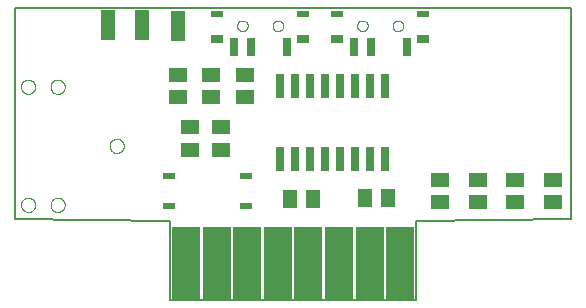
<source format=gtp>
G75*
%MOIN*%
%OFA0B0*%
%FSLAX25Y25*%
%IPPOS*%
%LPD*%
%AMOC8*
5,1,8,0,0,1.08239X$1,22.5*
%
%ADD10C,0.00004*%
%ADD11C,0.00600*%
%ADD12R,0.02600X0.08000*%
%ADD13C,0.00000*%
%ADD14R,0.03937X0.02362*%
%ADD15R,0.05118X0.06299*%
%ADD16R,0.06299X0.05118*%
%ADD17R,0.02756X0.05906*%
%ADD18R,0.03937X0.03150*%
%ADD19R,0.05000X0.10000*%
%ADD20R,0.09449X0.23976*%
D10*
X0145979Y0027600D02*
X0146391Y0027600D01*
D11*
X0012741Y0028100D02*
X0012741Y0098600D01*
X0198241Y0098600D01*
X0198241Y0028100D01*
X0146391Y0027600D01*
X0146391Y0001300D01*
X0064591Y0001300D01*
X0064591Y0027600D01*
X0012741Y0028100D01*
D12*
X0101241Y0048250D03*
X0106241Y0048250D03*
X0111241Y0048250D03*
X0116241Y0048250D03*
X0121241Y0048250D03*
X0126241Y0048250D03*
X0131241Y0048250D03*
X0136241Y0048250D03*
X0136241Y0072450D03*
X0131241Y0072450D03*
X0126241Y0072450D03*
X0121241Y0072450D03*
X0116241Y0072450D03*
X0111241Y0072450D03*
X0106241Y0072450D03*
X0101241Y0072450D03*
D13*
X0098624Y0092600D02*
X0098626Y0092684D01*
X0098632Y0092767D01*
X0098642Y0092850D01*
X0098656Y0092933D01*
X0098673Y0093015D01*
X0098695Y0093096D01*
X0098720Y0093175D01*
X0098749Y0093254D01*
X0098782Y0093331D01*
X0098818Y0093406D01*
X0098858Y0093480D01*
X0098901Y0093552D01*
X0098948Y0093621D01*
X0098998Y0093688D01*
X0099051Y0093753D01*
X0099107Y0093815D01*
X0099165Y0093875D01*
X0099227Y0093932D01*
X0099291Y0093985D01*
X0099358Y0094036D01*
X0099427Y0094083D01*
X0099498Y0094128D01*
X0099571Y0094168D01*
X0099646Y0094205D01*
X0099723Y0094239D01*
X0099801Y0094269D01*
X0099880Y0094295D01*
X0099961Y0094318D01*
X0100043Y0094336D01*
X0100125Y0094351D01*
X0100208Y0094362D01*
X0100291Y0094369D01*
X0100375Y0094372D01*
X0100459Y0094371D01*
X0100542Y0094366D01*
X0100626Y0094357D01*
X0100708Y0094344D01*
X0100790Y0094328D01*
X0100871Y0094307D01*
X0100952Y0094283D01*
X0101030Y0094255D01*
X0101108Y0094223D01*
X0101184Y0094187D01*
X0101258Y0094148D01*
X0101330Y0094106D01*
X0101400Y0094060D01*
X0101468Y0094011D01*
X0101533Y0093959D01*
X0101596Y0093904D01*
X0101656Y0093846D01*
X0101714Y0093785D01*
X0101768Y0093721D01*
X0101820Y0093655D01*
X0101868Y0093587D01*
X0101913Y0093516D01*
X0101954Y0093443D01*
X0101993Y0093369D01*
X0102027Y0093293D01*
X0102058Y0093215D01*
X0102085Y0093136D01*
X0102109Y0093055D01*
X0102128Y0092974D01*
X0102144Y0092892D01*
X0102156Y0092809D01*
X0102164Y0092725D01*
X0102168Y0092642D01*
X0102168Y0092558D01*
X0102164Y0092475D01*
X0102156Y0092391D01*
X0102144Y0092308D01*
X0102128Y0092226D01*
X0102109Y0092145D01*
X0102085Y0092064D01*
X0102058Y0091985D01*
X0102027Y0091907D01*
X0101993Y0091831D01*
X0101954Y0091757D01*
X0101913Y0091684D01*
X0101868Y0091613D01*
X0101820Y0091545D01*
X0101768Y0091479D01*
X0101714Y0091415D01*
X0101656Y0091354D01*
X0101596Y0091296D01*
X0101533Y0091241D01*
X0101468Y0091189D01*
X0101400Y0091140D01*
X0101330Y0091094D01*
X0101258Y0091052D01*
X0101184Y0091013D01*
X0101108Y0090977D01*
X0101030Y0090945D01*
X0100952Y0090917D01*
X0100871Y0090893D01*
X0100790Y0090872D01*
X0100708Y0090856D01*
X0100626Y0090843D01*
X0100542Y0090834D01*
X0100459Y0090829D01*
X0100375Y0090828D01*
X0100291Y0090831D01*
X0100208Y0090838D01*
X0100125Y0090849D01*
X0100043Y0090864D01*
X0099961Y0090882D01*
X0099880Y0090905D01*
X0099801Y0090931D01*
X0099723Y0090961D01*
X0099646Y0090995D01*
X0099571Y0091032D01*
X0099498Y0091072D01*
X0099427Y0091117D01*
X0099358Y0091164D01*
X0099291Y0091215D01*
X0099227Y0091268D01*
X0099165Y0091325D01*
X0099107Y0091385D01*
X0099051Y0091447D01*
X0098998Y0091512D01*
X0098948Y0091579D01*
X0098901Y0091648D01*
X0098858Y0091720D01*
X0098818Y0091794D01*
X0098782Y0091869D01*
X0098749Y0091946D01*
X0098720Y0092025D01*
X0098695Y0092104D01*
X0098673Y0092185D01*
X0098656Y0092267D01*
X0098642Y0092350D01*
X0098632Y0092433D01*
X0098626Y0092516D01*
X0098624Y0092600D01*
X0086813Y0092600D02*
X0086815Y0092684D01*
X0086821Y0092767D01*
X0086831Y0092850D01*
X0086845Y0092933D01*
X0086862Y0093015D01*
X0086884Y0093096D01*
X0086909Y0093175D01*
X0086938Y0093254D01*
X0086971Y0093331D01*
X0087007Y0093406D01*
X0087047Y0093480D01*
X0087090Y0093552D01*
X0087137Y0093621D01*
X0087187Y0093688D01*
X0087240Y0093753D01*
X0087296Y0093815D01*
X0087354Y0093875D01*
X0087416Y0093932D01*
X0087480Y0093985D01*
X0087547Y0094036D01*
X0087616Y0094083D01*
X0087687Y0094128D01*
X0087760Y0094168D01*
X0087835Y0094205D01*
X0087912Y0094239D01*
X0087990Y0094269D01*
X0088069Y0094295D01*
X0088150Y0094318D01*
X0088232Y0094336D01*
X0088314Y0094351D01*
X0088397Y0094362D01*
X0088480Y0094369D01*
X0088564Y0094372D01*
X0088648Y0094371D01*
X0088731Y0094366D01*
X0088815Y0094357D01*
X0088897Y0094344D01*
X0088979Y0094328D01*
X0089060Y0094307D01*
X0089141Y0094283D01*
X0089219Y0094255D01*
X0089297Y0094223D01*
X0089373Y0094187D01*
X0089447Y0094148D01*
X0089519Y0094106D01*
X0089589Y0094060D01*
X0089657Y0094011D01*
X0089722Y0093959D01*
X0089785Y0093904D01*
X0089845Y0093846D01*
X0089903Y0093785D01*
X0089957Y0093721D01*
X0090009Y0093655D01*
X0090057Y0093587D01*
X0090102Y0093516D01*
X0090143Y0093443D01*
X0090182Y0093369D01*
X0090216Y0093293D01*
X0090247Y0093215D01*
X0090274Y0093136D01*
X0090298Y0093055D01*
X0090317Y0092974D01*
X0090333Y0092892D01*
X0090345Y0092809D01*
X0090353Y0092725D01*
X0090357Y0092642D01*
X0090357Y0092558D01*
X0090353Y0092475D01*
X0090345Y0092391D01*
X0090333Y0092308D01*
X0090317Y0092226D01*
X0090298Y0092145D01*
X0090274Y0092064D01*
X0090247Y0091985D01*
X0090216Y0091907D01*
X0090182Y0091831D01*
X0090143Y0091757D01*
X0090102Y0091684D01*
X0090057Y0091613D01*
X0090009Y0091545D01*
X0089957Y0091479D01*
X0089903Y0091415D01*
X0089845Y0091354D01*
X0089785Y0091296D01*
X0089722Y0091241D01*
X0089657Y0091189D01*
X0089589Y0091140D01*
X0089519Y0091094D01*
X0089447Y0091052D01*
X0089373Y0091013D01*
X0089297Y0090977D01*
X0089219Y0090945D01*
X0089141Y0090917D01*
X0089060Y0090893D01*
X0088979Y0090872D01*
X0088897Y0090856D01*
X0088815Y0090843D01*
X0088731Y0090834D01*
X0088648Y0090829D01*
X0088564Y0090828D01*
X0088480Y0090831D01*
X0088397Y0090838D01*
X0088314Y0090849D01*
X0088232Y0090864D01*
X0088150Y0090882D01*
X0088069Y0090905D01*
X0087990Y0090931D01*
X0087912Y0090961D01*
X0087835Y0090995D01*
X0087760Y0091032D01*
X0087687Y0091072D01*
X0087616Y0091117D01*
X0087547Y0091164D01*
X0087480Y0091215D01*
X0087416Y0091268D01*
X0087354Y0091325D01*
X0087296Y0091385D01*
X0087240Y0091447D01*
X0087187Y0091512D01*
X0087137Y0091579D01*
X0087090Y0091648D01*
X0087047Y0091720D01*
X0087007Y0091794D01*
X0086971Y0091869D01*
X0086938Y0091946D01*
X0086909Y0092025D01*
X0086884Y0092104D01*
X0086862Y0092185D01*
X0086845Y0092267D01*
X0086831Y0092350D01*
X0086821Y0092433D01*
X0086815Y0092516D01*
X0086813Y0092600D01*
X0126813Y0092600D02*
X0126815Y0092684D01*
X0126821Y0092767D01*
X0126831Y0092850D01*
X0126845Y0092933D01*
X0126862Y0093015D01*
X0126884Y0093096D01*
X0126909Y0093175D01*
X0126938Y0093254D01*
X0126971Y0093331D01*
X0127007Y0093406D01*
X0127047Y0093480D01*
X0127090Y0093552D01*
X0127137Y0093621D01*
X0127187Y0093688D01*
X0127240Y0093753D01*
X0127296Y0093815D01*
X0127354Y0093875D01*
X0127416Y0093932D01*
X0127480Y0093985D01*
X0127547Y0094036D01*
X0127616Y0094083D01*
X0127687Y0094128D01*
X0127760Y0094168D01*
X0127835Y0094205D01*
X0127912Y0094239D01*
X0127990Y0094269D01*
X0128069Y0094295D01*
X0128150Y0094318D01*
X0128232Y0094336D01*
X0128314Y0094351D01*
X0128397Y0094362D01*
X0128480Y0094369D01*
X0128564Y0094372D01*
X0128648Y0094371D01*
X0128731Y0094366D01*
X0128815Y0094357D01*
X0128897Y0094344D01*
X0128979Y0094328D01*
X0129060Y0094307D01*
X0129141Y0094283D01*
X0129219Y0094255D01*
X0129297Y0094223D01*
X0129373Y0094187D01*
X0129447Y0094148D01*
X0129519Y0094106D01*
X0129589Y0094060D01*
X0129657Y0094011D01*
X0129722Y0093959D01*
X0129785Y0093904D01*
X0129845Y0093846D01*
X0129903Y0093785D01*
X0129957Y0093721D01*
X0130009Y0093655D01*
X0130057Y0093587D01*
X0130102Y0093516D01*
X0130143Y0093443D01*
X0130182Y0093369D01*
X0130216Y0093293D01*
X0130247Y0093215D01*
X0130274Y0093136D01*
X0130298Y0093055D01*
X0130317Y0092974D01*
X0130333Y0092892D01*
X0130345Y0092809D01*
X0130353Y0092725D01*
X0130357Y0092642D01*
X0130357Y0092558D01*
X0130353Y0092475D01*
X0130345Y0092391D01*
X0130333Y0092308D01*
X0130317Y0092226D01*
X0130298Y0092145D01*
X0130274Y0092064D01*
X0130247Y0091985D01*
X0130216Y0091907D01*
X0130182Y0091831D01*
X0130143Y0091757D01*
X0130102Y0091684D01*
X0130057Y0091613D01*
X0130009Y0091545D01*
X0129957Y0091479D01*
X0129903Y0091415D01*
X0129845Y0091354D01*
X0129785Y0091296D01*
X0129722Y0091241D01*
X0129657Y0091189D01*
X0129589Y0091140D01*
X0129519Y0091094D01*
X0129447Y0091052D01*
X0129373Y0091013D01*
X0129297Y0090977D01*
X0129219Y0090945D01*
X0129141Y0090917D01*
X0129060Y0090893D01*
X0128979Y0090872D01*
X0128897Y0090856D01*
X0128815Y0090843D01*
X0128731Y0090834D01*
X0128648Y0090829D01*
X0128564Y0090828D01*
X0128480Y0090831D01*
X0128397Y0090838D01*
X0128314Y0090849D01*
X0128232Y0090864D01*
X0128150Y0090882D01*
X0128069Y0090905D01*
X0127990Y0090931D01*
X0127912Y0090961D01*
X0127835Y0090995D01*
X0127760Y0091032D01*
X0127687Y0091072D01*
X0127616Y0091117D01*
X0127547Y0091164D01*
X0127480Y0091215D01*
X0127416Y0091268D01*
X0127354Y0091325D01*
X0127296Y0091385D01*
X0127240Y0091447D01*
X0127187Y0091512D01*
X0127137Y0091579D01*
X0127090Y0091648D01*
X0127047Y0091720D01*
X0127007Y0091794D01*
X0126971Y0091869D01*
X0126938Y0091946D01*
X0126909Y0092025D01*
X0126884Y0092104D01*
X0126862Y0092185D01*
X0126845Y0092267D01*
X0126831Y0092350D01*
X0126821Y0092433D01*
X0126815Y0092516D01*
X0126813Y0092600D01*
X0138624Y0092600D02*
X0138626Y0092684D01*
X0138632Y0092767D01*
X0138642Y0092850D01*
X0138656Y0092933D01*
X0138673Y0093015D01*
X0138695Y0093096D01*
X0138720Y0093175D01*
X0138749Y0093254D01*
X0138782Y0093331D01*
X0138818Y0093406D01*
X0138858Y0093480D01*
X0138901Y0093552D01*
X0138948Y0093621D01*
X0138998Y0093688D01*
X0139051Y0093753D01*
X0139107Y0093815D01*
X0139165Y0093875D01*
X0139227Y0093932D01*
X0139291Y0093985D01*
X0139358Y0094036D01*
X0139427Y0094083D01*
X0139498Y0094128D01*
X0139571Y0094168D01*
X0139646Y0094205D01*
X0139723Y0094239D01*
X0139801Y0094269D01*
X0139880Y0094295D01*
X0139961Y0094318D01*
X0140043Y0094336D01*
X0140125Y0094351D01*
X0140208Y0094362D01*
X0140291Y0094369D01*
X0140375Y0094372D01*
X0140459Y0094371D01*
X0140542Y0094366D01*
X0140626Y0094357D01*
X0140708Y0094344D01*
X0140790Y0094328D01*
X0140871Y0094307D01*
X0140952Y0094283D01*
X0141030Y0094255D01*
X0141108Y0094223D01*
X0141184Y0094187D01*
X0141258Y0094148D01*
X0141330Y0094106D01*
X0141400Y0094060D01*
X0141468Y0094011D01*
X0141533Y0093959D01*
X0141596Y0093904D01*
X0141656Y0093846D01*
X0141714Y0093785D01*
X0141768Y0093721D01*
X0141820Y0093655D01*
X0141868Y0093587D01*
X0141913Y0093516D01*
X0141954Y0093443D01*
X0141993Y0093369D01*
X0142027Y0093293D01*
X0142058Y0093215D01*
X0142085Y0093136D01*
X0142109Y0093055D01*
X0142128Y0092974D01*
X0142144Y0092892D01*
X0142156Y0092809D01*
X0142164Y0092725D01*
X0142168Y0092642D01*
X0142168Y0092558D01*
X0142164Y0092475D01*
X0142156Y0092391D01*
X0142144Y0092308D01*
X0142128Y0092226D01*
X0142109Y0092145D01*
X0142085Y0092064D01*
X0142058Y0091985D01*
X0142027Y0091907D01*
X0141993Y0091831D01*
X0141954Y0091757D01*
X0141913Y0091684D01*
X0141868Y0091613D01*
X0141820Y0091545D01*
X0141768Y0091479D01*
X0141714Y0091415D01*
X0141656Y0091354D01*
X0141596Y0091296D01*
X0141533Y0091241D01*
X0141468Y0091189D01*
X0141400Y0091140D01*
X0141330Y0091094D01*
X0141258Y0091052D01*
X0141184Y0091013D01*
X0141108Y0090977D01*
X0141030Y0090945D01*
X0140952Y0090917D01*
X0140871Y0090893D01*
X0140790Y0090872D01*
X0140708Y0090856D01*
X0140626Y0090843D01*
X0140542Y0090834D01*
X0140459Y0090829D01*
X0140375Y0090828D01*
X0140291Y0090831D01*
X0140208Y0090838D01*
X0140125Y0090849D01*
X0140043Y0090864D01*
X0139961Y0090882D01*
X0139880Y0090905D01*
X0139801Y0090931D01*
X0139723Y0090961D01*
X0139646Y0090995D01*
X0139571Y0091032D01*
X0139498Y0091072D01*
X0139427Y0091117D01*
X0139358Y0091164D01*
X0139291Y0091215D01*
X0139227Y0091268D01*
X0139165Y0091325D01*
X0139107Y0091385D01*
X0139051Y0091447D01*
X0138998Y0091512D01*
X0138948Y0091579D01*
X0138901Y0091648D01*
X0138858Y0091720D01*
X0138818Y0091794D01*
X0138782Y0091869D01*
X0138749Y0091946D01*
X0138720Y0092025D01*
X0138695Y0092104D01*
X0138673Y0092185D01*
X0138656Y0092267D01*
X0138642Y0092350D01*
X0138632Y0092433D01*
X0138626Y0092516D01*
X0138624Y0092600D01*
X0044314Y0052600D02*
X0044316Y0052697D01*
X0044322Y0052794D01*
X0044332Y0052890D01*
X0044346Y0052986D01*
X0044364Y0053082D01*
X0044385Y0053176D01*
X0044411Y0053270D01*
X0044440Y0053362D01*
X0044474Y0053453D01*
X0044510Y0053543D01*
X0044551Y0053631D01*
X0044595Y0053717D01*
X0044643Y0053802D01*
X0044694Y0053884D01*
X0044748Y0053965D01*
X0044806Y0054043D01*
X0044867Y0054118D01*
X0044930Y0054191D01*
X0044997Y0054262D01*
X0045067Y0054329D01*
X0045139Y0054394D01*
X0045214Y0054455D01*
X0045292Y0054514D01*
X0045371Y0054569D01*
X0045453Y0054621D01*
X0045537Y0054669D01*
X0045623Y0054714D01*
X0045711Y0054756D01*
X0045800Y0054794D01*
X0045891Y0054828D01*
X0045983Y0054858D01*
X0046076Y0054885D01*
X0046171Y0054907D01*
X0046266Y0054926D01*
X0046362Y0054941D01*
X0046458Y0054952D01*
X0046555Y0054959D01*
X0046652Y0054962D01*
X0046749Y0054961D01*
X0046846Y0054956D01*
X0046942Y0054947D01*
X0047038Y0054934D01*
X0047134Y0054917D01*
X0047229Y0054896D01*
X0047322Y0054872D01*
X0047415Y0054843D01*
X0047507Y0054811D01*
X0047597Y0054775D01*
X0047685Y0054736D01*
X0047772Y0054692D01*
X0047857Y0054646D01*
X0047940Y0054595D01*
X0048021Y0054542D01*
X0048099Y0054485D01*
X0048176Y0054425D01*
X0048249Y0054362D01*
X0048320Y0054296D01*
X0048388Y0054227D01*
X0048454Y0054155D01*
X0048516Y0054081D01*
X0048575Y0054004D01*
X0048631Y0053925D01*
X0048684Y0053843D01*
X0048734Y0053760D01*
X0048779Y0053674D01*
X0048822Y0053587D01*
X0048861Y0053498D01*
X0048896Y0053408D01*
X0048927Y0053316D01*
X0048954Y0053223D01*
X0048978Y0053129D01*
X0048998Y0053034D01*
X0049014Y0052938D01*
X0049026Y0052842D01*
X0049034Y0052745D01*
X0049038Y0052648D01*
X0049038Y0052552D01*
X0049034Y0052455D01*
X0049026Y0052358D01*
X0049014Y0052262D01*
X0048998Y0052166D01*
X0048978Y0052071D01*
X0048954Y0051977D01*
X0048927Y0051884D01*
X0048896Y0051792D01*
X0048861Y0051702D01*
X0048822Y0051613D01*
X0048779Y0051526D01*
X0048734Y0051440D01*
X0048684Y0051357D01*
X0048631Y0051275D01*
X0048575Y0051196D01*
X0048516Y0051119D01*
X0048454Y0051045D01*
X0048388Y0050973D01*
X0048320Y0050904D01*
X0048249Y0050838D01*
X0048176Y0050775D01*
X0048099Y0050715D01*
X0048021Y0050658D01*
X0047940Y0050605D01*
X0047857Y0050554D01*
X0047772Y0050508D01*
X0047685Y0050464D01*
X0047597Y0050425D01*
X0047507Y0050389D01*
X0047415Y0050357D01*
X0047322Y0050328D01*
X0047229Y0050304D01*
X0047134Y0050283D01*
X0047038Y0050266D01*
X0046942Y0050253D01*
X0046846Y0050244D01*
X0046749Y0050239D01*
X0046652Y0050238D01*
X0046555Y0050241D01*
X0046458Y0050248D01*
X0046362Y0050259D01*
X0046266Y0050274D01*
X0046171Y0050293D01*
X0046076Y0050315D01*
X0045983Y0050342D01*
X0045891Y0050372D01*
X0045800Y0050406D01*
X0045711Y0050444D01*
X0045623Y0050486D01*
X0045537Y0050531D01*
X0045453Y0050579D01*
X0045371Y0050631D01*
X0045292Y0050686D01*
X0045214Y0050745D01*
X0045139Y0050806D01*
X0045067Y0050871D01*
X0044997Y0050938D01*
X0044930Y0051009D01*
X0044867Y0051082D01*
X0044806Y0051157D01*
X0044748Y0051235D01*
X0044694Y0051316D01*
X0044643Y0051398D01*
X0044595Y0051483D01*
X0044551Y0051569D01*
X0044510Y0051657D01*
X0044474Y0051747D01*
X0044440Y0051838D01*
X0044411Y0051930D01*
X0044385Y0052024D01*
X0044364Y0052118D01*
X0044346Y0052214D01*
X0044332Y0052310D01*
X0044322Y0052406D01*
X0044316Y0052503D01*
X0044314Y0052600D01*
X0024629Y0072285D02*
X0024631Y0072382D01*
X0024637Y0072479D01*
X0024647Y0072575D01*
X0024661Y0072671D01*
X0024679Y0072767D01*
X0024700Y0072861D01*
X0024726Y0072955D01*
X0024755Y0073047D01*
X0024789Y0073138D01*
X0024825Y0073228D01*
X0024866Y0073316D01*
X0024910Y0073402D01*
X0024958Y0073487D01*
X0025009Y0073569D01*
X0025063Y0073650D01*
X0025121Y0073728D01*
X0025182Y0073803D01*
X0025245Y0073876D01*
X0025312Y0073947D01*
X0025382Y0074014D01*
X0025454Y0074079D01*
X0025529Y0074140D01*
X0025607Y0074199D01*
X0025686Y0074254D01*
X0025768Y0074306D01*
X0025852Y0074354D01*
X0025938Y0074399D01*
X0026026Y0074441D01*
X0026115Y0074479D01*
X0026206Y0074513D01*
X0026298Y0074543D01*
X0026391Y0074570D01*
X0026486Y0074592D01*
X0026581Y0074611D01*
X0026677Y0074626D01*
X0026773Y0074637D01*
X0026870Y0074644D01*
X0026967Y0074647D01*
X0027064Y0074646D01*
X0027161Y0074641D01*
X0027257Y0074632D01*
X0027353Y0074619D01*
X0027449Y0074602D01*
X0027544Y0074581D01*
X0027637Y0074557D01*
X0027730Y0074528D01*
X0027822Y0074496D01*
X0027912Y0074460D01*
X0028000Y0074421D01*
X0028087Y0074377D01*
X0028172Y0074331D01*
X0028255Y0074280D01*
X0028336Y0074227D01*
X0028414Y0074170D01*
X0028491Y0074110D01*
X0028564Y0074047D01*
X0028635Y0073981D01*
X0028703Y0073912D01*
X0028769Y0073840D01*
X0028831Y0073766D01*
X0028890Y0073689D01*
X0028946Y0073610D01*
X0028999Y0073528D01*
X0029049Y0073445D01*
X0029094Y0073359D01*
X0029137Y0073272D01*
X0029176Y0073183D01*
X0029211Y0073093D01*
X0029242Y0073001D01*
X0029269Y0072908D01*
X0029293Y0072814D01*
X0029313Y0072719D01*
X0029329Y0072623D01*
X0029341Y0072527D01*
X0029349Y0072430D01*
X0029353Y0072333D01*
X0029353Y0072237D01*
X0029349Y0072140D01*
X0029341Y0072043D01*
X0029329Y0071947D01*
X0029313Y0071851D01*
X0029293Y0071756D01*
X0029269Y0071662D01*
X0029242Y0071569D01*
X0029211Y0071477D01*
X0029176Y0071387D01*
X0029137Y0071298D01*
X0029094Y0071211D01*
X0029049Y0071125D01*
X0028999Y0071042D01*
X0028946Y0070960D01*
X0028890Y0070881D01*
X0028831Y0070804D01*
X0028769Y0070730D01*
X0028703Y0070658D01*
X0028635Y0070589D01*
X0028564Y0070523D01*
X0028491Y0070460D01*
X0028414Y0070400D01*
X0028336Y0070343D01*
X0028255Y0070290D01*
X0028172Y0070239D01*
X0028087Y0070193D01*
X0028000Y0070149D01*
X0027912Y0070110D01*
X0027822Y0070074D01*
X0027730Y0070042D01*
X0027637Y0070013D01*
X0027544Y0069989D01*
X0027449Y0069968D01*
X0027353Y0069951D01*
X0027257Y0069938D01*
X0027161Y0069929D01*
X0027064Y0069924D01*
X0026967Y0069923D01*
X0026870Y0069926D01*
X0026773Y0069933D01*
X0026677Y0069944D01*
X0026581Y0069959D01*
X0026486Y0069978D01*
X0026391Y0070000D01*
X0026298Y0070027D01*
X0026206Y0070057D01*
X0026115Y0070091D01*
X0026026Y0070129D01*
X0025938Y0070171D01*
X0025852Y0070216D01*
X0025768Y0070264D01*
X0025686Y0070316D01*
X0025607Y0070371D01*
X0025529Y0070430D01*
X0025454Y0070491D01*
X0025382Y0070556D01*
X0025312Y0070623D01*
X0025245Y0070694D01*
X0025182Y0070767D01*
X0025121Y0070842D01*
X0025063Y0070920D01*
X0025009Y0071001D01*
X0024958Y0071083D01*
X0024910Y0071168D01*
X0024866Y0071254D01*
X0024825Y0071342D01*
X0024789Y0071432D01*
X0024755Y0071523D01*
X0024726Y0071615D01*
X0024700Y0071709D01*
X0024679Y0071803D01*
X0024661Y0071899D01*
X0024647Y0071995D01*
X0024637Y0072091D01*
X0024631Y0072188D01*
X0024629Y0072285D01*
X0014786Y0072285D02*
X0014788Y0072382D01*
X0014794Y0072479D01*
X0014804Y0072575D01*
X0014818Y0072671D01*
X0014836Y0072767D01*
X0014857Y0072861D01*
X0014883Y0072955D01*
X0014912Y0073047D01*
X0014946Y0073138D01*
X0014982Y0073228D01*
X0015023Y0073316D01*
X0015067Y0073402D01*
X0015115Y0073487D01*
X0015166Y0073569D01*
X0015220Y0073650D01*
X0015278Y0073728D01*
X0015339Y0073803D01*
X0015402Y0073876D01*
X0015469Y0073947D01*
X0015539Y0074014D01*
X0015611Y0074079D01*
X0015686Y0074140D01*
X0015764Y0074199D01*
X0015843Y0074254D01*
X0015925Y0074306D01*
X0016009Y0074354D01*
X0016095Y0074399D01*
X0016183Y0074441D01*
X0016272Y0074479D01*
X0016363Y0074513D01*
X0016455Y0074543D01*
X0016548Y0074570D01*
X0016643Y0074592D01*
X0016738Y0074611D01*
X0016834Y0074626D01*
X0016930Y0074637D01*
X0017027Y0074644D01*
X0017124Y0074647D01*
X0017221Y0074646D01*
X0017318Y0074641D01*
X0017414Y0074632D01*
X0017510Y0074619D01*
X0017606Y0074602D01*
X0017701Y0074581D01*
X0017794Y0074557D01*
X0017887Y0074528D01*
X0017979Y0074496D01*
X0018069Y0074460D01*
X0018157Y0074421D01*
X0018244Y0074377D01*
X0018329Y0074331D01*
X0018412Y0074280D01*
X0018493Y0074227D01*
X0018571Y0074170D01*
X0018648Y0074110D01*
X0018721Y0074047D01*
X0018792Y0073981D01*
X0018860Y0073912D01*
X0018926Y0073840D01*
X0018988Y0073766D01*
X0019047Y0073689D01*
X0019103Y0073610D01*
X0019156Y0073528D01*
X0019206Y0073445D01*
X0019251Y0073359D01*
X0019294Y0073272D01*
X0019333Y0073183D01*
X0019368Y0073093D01*
X0019399Y0073001D01*
X0019426Y0072908D01*
X0019450Y0072814D01*
X0019470Y0072719D01*
X0019486Y0072623D01*
X0019498Y0072527D01*
X0019506Y0072430D01*
X0019510Y0072333D01*
X0019510Y0072237D01*
X0019506Y0072140D01*
X0019498Y0072043D01*
X0019486Y0071947D01*
X0019470Y0071851D01*
X0019450Y0071756D01*
X0019426Y0071662D01*
X0019399Y0071569D01*
X0019368Y0071477D01*
X0019333Y0071387D01*
X0019294Y0071298D01*
X0019251Y0071211D01*
X0019206Y0071125D01*
X0019156Y0071042D01*
X0019103Y0070960D01*
X0019047Y0070881D01*
X0018988Y0070804D01*
X0018926Y0070730D01*
X0018860Y0070658D01*
X0018792Y0070589D01*
X0018721Y0070523D01*
X0018648Y0070460D01*
X0018571Y0070400D01*
X0018493Y0070343D01*
X0018412Y0070290D01*
X0018329Y0070239D01*
X0018244Y0070193D01*
X0018157Y0070149D01*
X0018069Y0070110D01*
X0017979Y0070074D01*
X0017887Y0070042D01*
X0017794Y0070013D01*
X0017701Y0069989D01*
X0017606Y0069968D01*
X0017510Y0069951D01*
X0017414Y0069938D01*
X0017318Y0069929D01*
X0017221Y0069924D01*
X0017124Y0069923D01*
X0017027Y0069926D01*
X0016930Y0069933D01*
X0016834Y0069944D01*
X0016738Y0069959D01*
X0016643Y0069978D01*
X0016548Y0070000D01*
X0016455Y0070027D01*
X0016363Y0070057D01*
X0016272Y0070091D01*
X0016183Y0070129D01*
X0016095Y0070171D01*
X0016009Y0070216D01*
X0015925Y0070264D01*
X0015843Y0070316D01*
X0015764Y0070371D01*
X0015686Y0070430D01*
X0015611Y0070491D01*
X0015539Y0070556D01*
X0015469Y0070623D01*
X0015402Y0070694D01*
X0015339Y0070767D01*
X0015278Y0070842D01*
X0015220Y0070920D01*
X0015166Y0071001D01*
X0015115Y0071083D01*
X0015067Y0071168D01*
X0015023Y0071254D01*
X0014982Y0071342D01*
X0014946Y0071432D01*
X0014912Y0071523D01*
X0014883Y0071615D01*
X0014857Y0071709D01*
X0014836Y0071803D01*
X0014818Y0071899D01*
X0014804Y0071995D01*
X0014794Y0072091D01*
X0014788Y0072188D01*
X0014786Y0072285D01*
X0014786Y0032915D02*
X0014788Y0033012D01*
X0014794Y0033109D01*
X0014804Y0033205D01*
X0014818Y0033301D01*
X0014836Y0033397D01*
X0014857Y0033491D01*
X0014883Y0033585D01*
X0014912Y0033677D01*
X0014946Y0033768D01*
X0014982Y0033858D01*
X0015023Y0033946D01*
X0015067Y0034032D01*
X0015115Y0034117D01*
X0015166Y0034199D01*
X0015220Y0034280D01*
X0015278Y0034358D01*
X0015339Y0034433D01*
X0015402Y0034506D01*
X0015469Y0034577D01*
X0015539Y0034644D01*
X0015611Y0034709D01*
X0015686Y0034770D01*
X0015764Y0034829D01*
X0015843Y0034884D01*
X0015925Y0034936D01*
X0016009Y0034984D01*
X0016095Y0035029D01*
X0016183Y0035071D01*
X0016272Y0035109D01*
X0016363Y0035143D01*
X0016455Y0035173D01*
X0016548Y0035200D01*
X0016643Y0035222D01*
X0016738Y0035241D01*
X0016834Y0035256D01*
X0016930Y0035267D01*
X0017027Y0035274D01*
X0017124Y0035277D01*
X0017221Y0035276D01*
X0017318Y0035271D01*
X0017414Y0035262D01*
X0017510Y0035249D01*
X0017606Y0035232D01*
X0017701Y0035211D01*
X0017794Y0035187D01*
X0017887Y0035158D01*
X0017979Y0035126D01*
X0018069Y0035090D01*
X0018157Y0035051D01*
X0018244Y0035007D01*
X0018329Y0034961D01*
X0018412Y0034910D01*
X0018493Y0034857D01*
X0018571Y0034800D01*
X0018648Y0034740D01*
X0018721Y0034677D01*
X0018792Y0034611D01*
X0018860Y0034542D01*
X0018926Y0034470D01*
X0018988Y0034396D01*
X0019047Y0034319D01*
X0019103Y0034240D01*
X0019156Y0034158D01*
X0019206Y0034075D01*
X0019251Y0033989D01*
X0019294Y0033902D01*
X0019333Y0033813D01*
X0019368Y0033723D01*
X0019399Y0033631D01*
X0019426Y0033538D01*
X0019450Y0033444D01*
X0019470Y0033349D01*
X0019486Y0033253D01*
X0019498Y0033157D01*
X0019506Y0033060D01*
X0019510Y0032963D01*
X0019510Y0032867D01*
X0019506Y0032770D01*
X0019498Y0032673D01*
X0019486Y0032577D01*
X0019470Y0032481D01*
X0019450Y0032386D01*
X0019426Y0032292D01*
X0019399Y0032199D01*
X0019368Y0032107D01*
X0019333Y0032017D01*
X0019294Y0031928D01*
X0019251Y0031841D01*
X0019206Y0031755D01*
X0019156Y0031672D01*
X0019103Y0031590D01*
X0019047Y0031511D01*
X0018988Y0031434D01*
X0018926Y0031360D01*
X0018860Y0031288D01*
X0018792Y0031219D01*
X0018721Y0031153D01*
X0018648Y0031090D01*
X0018571Y0031030D01*
X0018493Y0030973D01*
X0018412Y0030920D01*
X0018329Y0030869D01*
X0018244Y0030823D01*
X0018157Y0030779D01*
X0018069Y0030740D01*
X0017979Y0030704D01*
X0017887Y0030672D01*
X0017794Y0030643D01*
X0017701Y0030619D01*
X0017606Y0030598D01*
X0017510Y0030581D01*
X0017414Y0030568D01*
X0017318Y0030559D01*
X0017221Y0030554D01*
X0017124Y0030553D01*
X0017027Y0030556D01*
X0016930Y0030563D01*
X0016834Y0030574D01*
X0016738Y0030589D01*
X0016643Y0030608D01*
X0016548Y0030630D01*
X0016455Y0030657D01*
X0016363Y0030687D01*
X0016272Y0030721D01*
X0016183Y0030759D01*
X0016095Y0030801D01*
X0016009Y0030846D01*
X0015925Y0030894D01*
X0015843Y0030946D01*
X0015764Y0031001D01*
X0015686Y0031060D01*
X0015611Y0031121D01*
X0015539Y0031186D01*
X0015469Y0031253D01*
X0015402Y0031324D01*
X0015339Y0031397D01*
X0015278Y0031472D01*
X0015220Y0031550D01*
X0015166Y0031631D01*
X0015115Y0031713D01*
X0015067Y0031798D01*
X0015023Y0031884D01*
X0014982Y0031972D01*
X0014946Y0032062D01*
X0014912Y0032153D01*
X0014883Y0032245D01*
X0014857Y0032339D01*
X0014836Y0032433D01*
X0014818Y0032529D01*
X0014804Y0032625D01*
X0014794Y0032721D01*
X0014788Y0032818D01*
X0014786Y0032915D01*
X0024629Y0032915D02*
X0024631Y0033012D01*
X0024637Y0033109D01*
X0024647Y0033205D01*
X0024661Y0033301D01*
X0024679Y0033397D01*
X0024700Y0033491D01*
X0024726Y0033585D01*
X0024755Y0033677D01*
X0024789Y0033768D01*
X0024825Y0033858D01*
X0024866Y0033946D01*
X0024910Y0034032D01*
X0024958Y0034117D01*
X0025009Y0034199D01*
X0025063Y0034280D01*
X0025121Y0034358D01*
X0025182Y0034433D01*
X0025245Y0034506D01*
X0025312Y0034577D01*
X0025382Y0034644D01*
X0025454Y0034709D01*
X0025529Y0034770D01*
X0025607Y0034829D01*
X0025686Y0034884D01*
X0025768Y0034936D01*
X0025852Y0034984D01*
X0025938Y0035029D01*
X0026026Y0035071D01*
X0026115Y0035109D01*
X0026206Y0035143D01*
X0026298Y0035173D01*
X0026391Y0035200D01*
X0026486Y0035222D01*
X0026581Y0035241D01*
X0026677Y0035256D01*
X0026773Y0035267D01*
X0026870Y0035274D01*
X0026967Y0035277D01*
X0027064Y0035276D01*
X0027161Y0035271D01*
X0027257Y0035262D01*
X0027353Y0035249D01*
X0027449Y0035232D01*
X0027544Y0035211D01*
X0027637Y0035187D01*
X0027730Y0035158D01*
X0027822Y0035126D01*
X0027912Y0035090D01*
X0028000Y0035051D01*
X0028087Y0035007D01*
X0028172Y0034961D01*
X0028255Y0034910D01*
X0028336Y0034857D01*
X0028414Y0034800D01*
X0028491Y0034740D01*
X0028564Y0034677D01*
X0028635Y0034611D01*
X0028703Y0034542D01*
X0028769Y0034470D01*
X0028831Y0034396D01*
X0028890Y0034319D01*
X0028946Y0034240D01*
X0028999Y0034158D01*
X0029049Y0034075D01*
X0029094Y0033989D01*
X0029137Y0033902D01*
X0029176Y0033813D01*
X0029211Y0033723D01*
X0029242Y0033631D01*
X0029269Y0033538D01*
X0029293Y0033444D01*
X0029313Y0033349D01*
X0029329Y0033253D01*
X0029341Y0033157D01*
X0029349Y0033060D01*
X0029353Y0032963D01*
X0029353Y0032867D01*
X0029349Y0032770D01*
X0029341Y0032673D01*
X0029329Y0032577D01*
X0029313Y0032481D01*
X0029293Y0032386D01*
X0029269Y0032292D01*
X0029242Y0032199D01*
X0029211Y0032107D01*
X0029176Y0032017D01*
X0029137Y0031928D01*
X0029094Y0031841D01*
X0029049Y0031755D01*
X0028999Y0031672D01*
X0028946Y0031590D01*
X0028890Y0031511D01*
X0028831Y0031434D01*
X0028769Y0031360D01*
X0028703Y0031288D01*
X0028635Y0031219D01*
X0028564Y0031153D01*
X0028491Y0031090D01*
X0028414Y0031030D01*
X0028336Y0030973D01*
X0028255Y0030920D01*
X0028172Y0030869D01*
X0028087Y0030823D01*
X0028000Y0030779D01*
X0027912Y0030740D01*
X0027822Y0030704D01*
X0027730Y0030672D01*
X0027637Y0030643D01*
X0027544Y0030619D01*
X0027449Y0030598D01*
X0027353Y0030581D01*
X0027257Y0030568D01*
X0027161Y0030559D01*
X0027064Y0030554D01*
X0026967Y0030553D01*
X0026870Y0030556D01*
X0026773Y0030563D01*
X0026677Y0030574D01*
X0026581Y0030589D01*
X0026486Y0030608D01*
X0026391Y0030630D01*
X0026298Y0030657D01*
X0026206Y0030687D01*
X0026115Y0030721D01*
X0026026Y0030759D01*
X0025938Y0030801D01*
X0025852Y0030846D01*
X0025768Y0030894D01*
X0025686Y0030946D01*
X0025607Y0031001D01*
X0025529Y0031060D01*
X0025454Y0031121D01*
X0025382Y0031186D01*
X0025312Y0031253D01*
X0025245Y0031324D01*
X0025182Y0031397D01*
X0025121Y0031472D01*
X0025063Y0031550D01*
X0025009Y0031631D01*
X0024958Y0031713D01*
X0024910Y0031798D01*
X0024866Y0031884D01*
X0024825Y0031972D01*
X0024789Y0032062D01*
X0024755Y0032153D01*
X0024726Y0032245D01*
X0024700Y0032339D01*
X0024679Y0032433D01*
X0024661Y0032529D01*
X0024647Y0032625D01*
X0024637Y0032721D01*
X0024631Y0032818D01*
X0024629Y0032915D01*
D14*
X0064235Y0032600D03*
X0064235Y0042600D03*
X0089746Y0042600D03*
X0089746Y0032600D03*
X0080120Y0096537D03*
X0108861Y0096537D03*
X0120120Y0096537D03*
X0148861Y0096537D03*
D15*
X0136981Y0035100D03*
X0129500Y0035100D03*
X0111981Y0034850D03*
X0104500Y0034850D03*
D16*
X0081491Y0051360D03*
X0070991Y0051360D03*
X0070991Y0058840D03*
X0081491Y0058840D03*
X0077991Y0068860D03*
X0089491Y0068860D03*
X0089491Y0076340D03*
X0077991Y0076340D03*
X0066991Y0076340D03*
X0066991Y0068860D03*
X0154491Y0041340D03*
X0166991Y0041340D03*
X0179491Y0041340D03*
X0191991Y0041340D03*
X0191991Y0033860D03*
X0179491Y0033860D03*
X0166991Y0033860D03*
X0154491Y0033860D03*
D17*
X0143349Y0085710D03*
X0131538Y0085710D03*
X0125632Y0085710D03*
X0103349Y0085710D03*
X0091538Y0085710D03*
X0085632Y0085710D03*
D18*
X0080120Y0088269D03*
X0108861Y0088269D03*
X0120120Y0088269D03*
X0148861Y0088269D03*
D19*
X0066991Y0092600D03*
X0054991Y0092850D03*
X0043741Y0092850D03*
D20*
X0069802Y0013600D03*
X0079998Y0013600D03*
X0090195Y0013600D03*
X0100392Y0013600D03*
X0110589Y0013600D03*
X0120786Y0013600D03*
X0130983Y0013600D03*
X0141180Y0013600D03*
M02*

</source>
